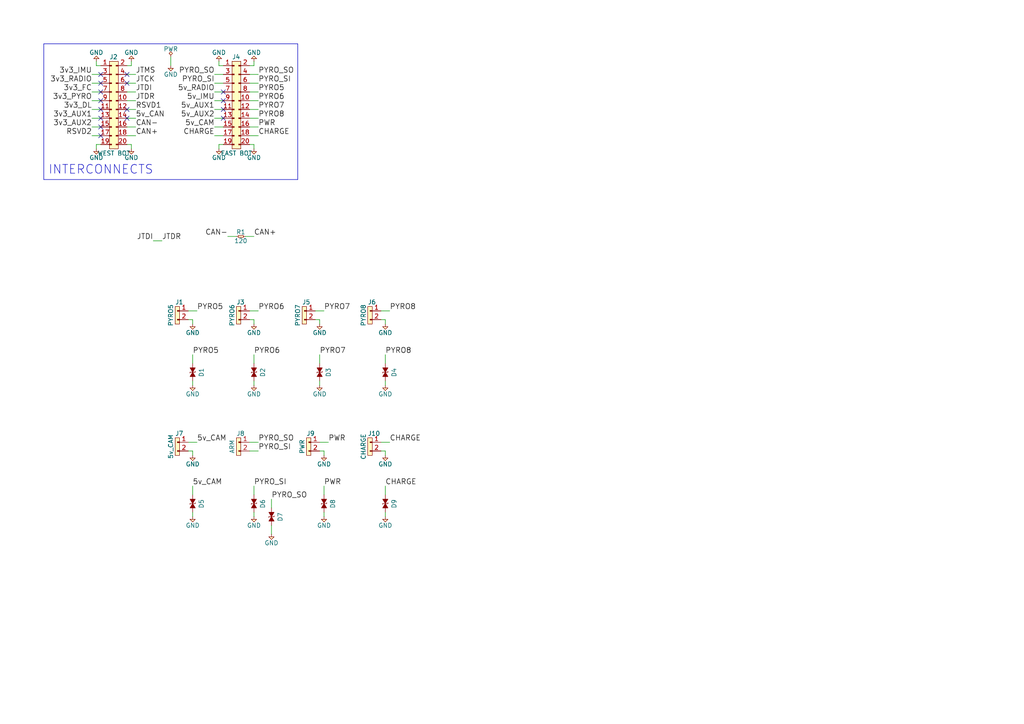
<source format=kicad_sch>
(kicad_sch (version 20230121) (generator eeschema)
  (paper "A4")
  (title_block (title "M3Top") (date "2017-07-28") (rev "1") (company "CU Spaceflight") (comment 1 "Drawn By: Adam Greig"))
  (lib_symbols
    (symbol "m3top-rescue:CONN_01x02" (pin_names (offset 0.0254) hide)
      (property "Reference" "J" (at -1.27 2.54 0))
      (property "Value" "CONN_01x02" (at -1.27 -5.08 0))
      (symbol "CONN_01x02_0_1"
        (rectangle (start 0 -2.413) (end -0.635 -2.667) (fill (type outline)))
        (rectangle (start 0 0.127) (end -0.635 -0.127) (fill (type outline)))
        (rectangle (start 0 1.27) (end -1.27 -3.81) (fill (type background)))
      )
      (symbol "CONN_01x02_1_1"
        (pin passive line (at 2.54 0 180) (length 2.54) (name "1") (number "1"))
        (pin passive line (at 2.54 -2.54 180) (length 2.54) (name "2") (number "2"))
      )
    )
    (symbol "m3top-rescue:CONN_02x10" (pin_names (offset 0.0254) hide)
      (property "Reference" "J" (at -2.54 2.54 0))
      (property "Value" "CONN_02x10" (at -2.54 -25.4 0))
      (symbol "CONN_02x10_0_1"
        (rectangle (start -2.54 -22.733) (end -1.905 -22.987) (fill (type outline)))
        (rectangle (start -2.54 -20.193) (end -1.905 -20.447) (fill (type outline)))
        (rectangle (start -2.54 -17.653) (end -1.905 -17.907) (fill (type outline)))
        (rectangle (start -2.54 -15.113) (end -1.905 -15.367) (fill (type outline)))
        (rectangle (start -2.54 -12.573) (end -1.905 -12.827) (fill (type outline)))
        (rectangle (start -2.54 -10.033) (end -1.905 -10.287) (fill (type outline)))
        (rectangle (start -2.54 -7.493) (end -1.905 -7.747) (fill (type outline)))
        (rectangle (start -2.54 -4.953) (end -1.905 -5.207) (fill (type outline)))
        (rectangle (start -2.54 -2.413) (end -1.905 -2.667) (fill (type outline)))
        (rectangle (start -2.54 0.127) (end -1.905 -0.127) (fill (type outline)))
        (rectangle (start 0 -22.733) (end -0.635 -22.987) (fill (type outline)))
        (rectangle (start 0 -20.193) (end -0.635 -20.447) (fill (type outline)))
        (rectangle (start 0 -17.653) (end -0.635 -17.907) (fill (type outline)))
        (rectangle (start 0 -15.113) (end -0.635 -15.367) (fill (type outline)))
        (rectangle (start 0 -12.573) (end -0.635 -12.827) (fill (type outline)))
        (rectangle (start 0 -10.033) (end -0.635 -10.287) (fill (type outline)))
        (rectangle (start 0 -7.493) (end -0.635 -7.747) (fill (type outline)))
        (rectangle (start 0 -4.953) (end -0.635 -5.207) (fill (type outline)))
        (rectangle (start 0 -2.413) (end -0.635 -2.667) (fill (type outline)))
        (rectangle (start 0 0.127) (end -0.635 -0.127) (fill (type outline)))
        (rectangle (start 0 1.27) (end -2.54 -24.13) (fill (type background)))
      )
      (symbol "CONN_02x10_1_1"
        (pin passive line (at -5.08 0 0) (length 2.54) (name "1") (number "1"))
        (pin passive line (at 2.54 -10.16 180) (length 2.54) (name "10") (number "10"))
        (pin passive line (at -5.08 -12.7 0) (length 2.54) (name "11") (number "11"))
        (pin passive line (at 2.54 -12.7 180) (length 2.54) (name "12") (number "12"))
        (pin passive line (at -5.08 -15.24 0) (length 2.54) (name "13") (number "13"))
        (pin passive line (at 2.54 -15.24 180) (length 2.54) (name "14") (number "14"))
        (pin passive line (at -5.08 -17.78 0) (length 2.54) (name "15") (number "15"))
        (pin passive line (at 2.54 -17.78 180) (length 2.54) (name "16") (number "16"))
        (pin passive line (at -5.08 -20.32 0) (length 2.54) (name "17") (number "17"))
        (pin passive line (at 2.54 -20.32 180) (length 2.54) (name "18") (number "18"))
        (pin passive line (at -5.08 -22.86 0) (length 2.54) (name "19") (number "19"))
        (pin passive line (at 2.54 0 180) (length 2.54) (name "2") (number "2"))
        (pin passive line (at 2.54 -22.86 180) (length 2.54) (name "20") (number "20"))
        (pin passive line (at -5.08 -2.54 0) (length 2.54) (name "3") (number "3"))
        (pin passive line (at 2.54 -2.54 180) (length 2.54) (name "4") (number "4"))
        (pin passive line (at -5.08 -5.08 0) (length 2.54) (name "5") (number "5"))
        (pin passive line (at 2.54 -5.08 180) (length 2.54) (name "6") (number "6"))
        (pin passive line (at -5.08 -7.62 0) (length 2.54) (name "7") (number "7"))
        (pin passive line (at 2.54 -7.62 180) (length 2.54) (name "8") (number "8"))
        (pin passive line (at -5.08 -10.16 0) (length 2.54) (name "9") (number "9"))
      )
    )
    (symbol "m3top-rescue:ESD_DIODE" (pin_numbers hide) (pin_names (offset 0) hide)
      (property "Reference" "D" (at -1.27 2.54 0))
      (symbol "ESD_DIODE_0_1"
        (polyline (pts (xy 0 -0.762) (xy 0.254 -0.762)))
        (polyline (pts (xy 0 0.762) (xy -0.254 0.762)))
        (polyline (pts (xy 0 0.762) (xy 0 -0.762)))
        (polyline (pts (xy 0 0) (xy -1.27 0.762) (xy -1.27 -0.762) (xy 0 0)) (fill (type outline)))
        (polyline (pts (xy 0 0) (xy 1.27 0.762) (xy 1.27 -0.762) (xy 0 0)) (fill (type outline)))
      )
      (symbol "ESD_DIODE_1_1"
        (pin passive line (at -2.54 0 0) (length 1.27) (name "1") (number "1"))
        (pin passive line (at 2.54 0 180) (length 1.27) (name "2") (number "2"))
      )
    )
    (symbol "m3top-rescue:GND" (power) (pin_numbers hide) (pin_names (offset 1.016) hide)
      (property "Value" "GND" (at 0 -2.54 0))
      (symbol "GND_0_1"
        (polyline (pts (xy 0 0) (xy 0 -0.762)))
        (polyline (pts (xy -0.762 -0.762) (xy 0.762 -0.762) (xy 0 -1.524) (xy -0.762 -0.762)) (fill (type background)))
      )
      (symbol "GND_1_1"
        (pin power_in line (at 0 0 180) (length 0) hide (name "GND") (number "1"))
      )
    )
    (symbol "m3top-rescue:PWR" (power) (pin_numbers hide) (pin_names (offset 1.016) hide)
      (property "Value" "PWR" (at 0 2.286 0))
      (symbol "PWR_0_1"
        (polyline (pts (xy 0 0.508) (xy -0.508 1.016) (xy 0 1.524) (xy 0.508 1.016) (xy 0 0.508)) (fill (type background)))
      )
      (symbol "PWR_1_1"
        (pin power_out line (at 0 0 90) (length 0.508) (name "pwr") (number "1"))
      )
    )
    (symbol "m3top-rescue:R" (pin_numbers hide) (pin_names (offset 1.016) hide)
      (property "Reference" "R" (at 1.27 1.27 0))
      (property "Value" "R" (at 1.27 -1.27 0))
      (symbol "R_0_1"
        (rectangle (start 0.508 0.254) (end 2.032 -0.254) (fill (type background)))
      )
      (symbol "R_1_1"
        (pin passive line (at 0 0 0) (length 0.508) (name "~") (number "1"))
        (pin passive line (at 2.54 0 180) (length 0.508) (name "~") (number "2"))
      )
    )
  )
  (no_connect (at 29.21 29.21))
  (no_connect (at 36.83 34.29))
  (no_connect (at 29.21 24.13))
  (no_connect (at 29.21 39.37))
  (no_connect (at 64.77 34.29))
  (no_connect (at 36.83 24.13))
  (no_connect (at 29.21 36.83))
  (no_connect (at 29.21 31.75))
  (no_connect (at 29.21 26.67))
  (no_connect (at 36.83 21.59))
  (no_connect (at 29.21 21.59))
  (no_connect (at 64.77 29.21))
  (no_connect (at 29.21 34.29))
  (no_connect (at 36.83 31.75))
  (no_connect (at 64.77 26.67))
  (no_connect (at 64.77 31.75))
  (wire (pts (xy 66.04 68.58) (xy 68.58 68.58)))
  (wire (pts (xy 93.98 130.81) (xy 93.98 132.08)))
  (wire (pts (xy 78.74 147.32) (xy 78.74 144.78)))
  (wire (pts (xy 29.21 24.13) (xy 26.67 24.13)))
  (wire (pts (xy 72.39 21.59) (xy 74.93 21.59)))
  (wire (pts (xy 27.94 17.78) (xy 27.94 19.05)))
  (wire (pts (xy 27.94 19.05) (xy 29.21 19.05)))
  (wire (pts (xy 73.66 110.49) (xy 73.66 111.76)))
  (wire (pts (xy 64.77 26.67) (xy 62.23 26.67)))
  (wire (pts (xy 36.83 36.83) (xy 39.37 36.83)))
  (wire (pts (xy 111.76 111.76) (xy 111.76 110.49)))
  (wire (pts (xy 62.23 24.13) (xy 64.77 24.13)))
  (wire (pts (xy 72.39 31.75) (xy 74.93 31.75)))
  (wire (pts (xy 73.66 140.97) (xy 73.66 143.51)))
  (wire (pts (xy 26.67 36.83) (xy 29.21 36.83)))
  (wire (pts (xy 62.23 39.37) (xy 64.77 39.37)))
  (wire (pts (xy 72.39 130.81) (xy 74.93 130.81)))
  (wire (pts (xy 111.76 92.71) (xy 111.76 93.98)))
  (wire (pts (xy 72.39 26.67) (xy 74.93 26.67)))
  (wire (pts (xy 36.83 24.13) (xy 39.37 24.13)))
  (wire (pts (xy 72.39 90.17) (xy 74.93 90.17)))
  (wire (pts (xy 64.77 41.91) (xy 63.5 41.91)))
  (wire (pts (xy 27.94 41.91) (xy 27.94 43.18)))
  (wire (pts (xy 73.66 41.91) (xy 73.66 43.18)))
  (wire (pts (xy 29.21 41.91) (xy 27.94 41.91)))
  (wire (pts (xy 72.39 128.27) (xy 74.93 128.27)))
  (wire (pts (xy 92.71 92.71) (xy 92.71 93.98)))
  (wire (pts (xy 72.39 92.71) (xy 73.66 92.71)))
  (wire (pts (xy 92.71 128.27) (xy 95.25 128.27)))
  (polyline (pts (xy 12.7 52.07) (xy 12.7 12.7)))
  (wire (pts (xy 110.49 90.17) (xy 113.03 90.17)))
  (wire (pts (xy 62.23 34.29) (xy 64.77 34.29)))
  (wire (pts (xy 91.44 92.71) (xy 92.71 92.71)))
  (wire (pts (xy 110.49 130.81) (xy 111.76 130.81)))
  (wire (pts (xy 36.83 39.37) (xy 39.37 39.37)))
  (wire (pts (xy 92.71 111.76) (xy 92.71 110.49)))
  (wire (pts (xy 74.93 36.83) (xy 72.39 36.83)))
  (wire (pts (xy 36.83 29.21) (xy 39.37 29.21)))
  (wire (pts (xy 111.76 130.81) (xy 111.76 132.08)))
  (wire (pts (xy 111.76 140.97) (xy 111.76 143.51)))
  (wire (pts (xy 91.44 90.17) (xy 93.98 90.17)))
  (wire (pts (xy 54.61 92.71) (xy 55.88 92.71)))
  (wire (pts (xy 55.88 140.97) (xy 55.88 143.51)))
  (wire (pts (xy 64.77 36.83) (xy 62.23 36.83)))
  (wire (pts (xy 29.21 21.59) (xy 26.67 21.59)))
  (wire (pts (xy 55.88 149.86) (xy 55.88 148.59)))
  (wire (pts (xy 54.61 130.81) (xy 55.88 130.81)))
  (wire (pts (xy 29.21 26.67) (xy 26.67 26.67)))
  (wire (pts (xy 73.66 92.71) (xy 73.66 93.98)))
  (wire (pts (xy 29.21 31.75) (xy 26.67 31.75)))
  (wire (pts (xy 38.1 19.05) (xy 38.1 17.78)))
  (wire (pts (xy 55.88 102.87) (xy 55.88 105.41)))
  (wire (pts (xy 74.93 24.13) (xy 72.39 24.13)))
  (wire (pts (xy 92.71 130.81) (xy 93.98 130.81)))
  (wire (pts (xy 64.77 19.05) (xy 63.5 19.05)))
  (wire (pts (xy 63.5 41.91) (xy 63.5 43.18)))
  (wire (pts (xy 93.98 140.97) (xy 93.98 143.51)))
  (wire (pts (xy 92.71 102.87) (xy 92.71 105.41)))
  (polyline (pts (xy 86.36 12.7) (xy 12.7 12.7)))
  (wire (pts (xy 36.83 21.59) (xy 39.37 21.59)))
  (wire (pts (xy 63.5 19.05) (xy 63.5 17.78)))
  (wire (pts (xy 73.66 102.87) (xy 73.66 105.41)))
  (wire (pts (xy 55.88 111.76) (xy 55.88 110.49)))
  (wire (pts (xy 111.76 102.87) (xy 111.76 105.41)))
  (wire (pts (xy 64.77 31.75) (xy 62.23 31.75)))
  (wire (pts (xy 38.1 41.91) (xy 38.1 43.18)))
  (wire (pts (xy 44.45 69.85) (xy 46.99 69.85)))
  (wire (pts (xy 36.83 19.05) (xy 38.1 19.05)))
  (wire (pts (xy 73.66 19.05) (xy 73.66 17.78)))
  (wire (pts (xy 93.98 149.86) (xy 93.98 148.59)))
  (wire (pts (xy 54.61 90.17) (xy 57.15 90.17)))
  (wire (pts (xy 55.88 130.81) (xy 55.88 132.08)))
  (wire (pts (xy 110.49 92.71) (xy 111.76 92.71)))
  (wire (pts (xy 73.66 68.58) (xy 71.12 68.58)))
  (wire (pts (xy 54.61 128.27) (xy 57.15 128.27)))
  (wire (pts (xy 49.53 16.51) (xy 49.53 19.05)))
  (wire (pts (xy 29.21 29.21) (xy 26.67 29.21)))
  (wire (pts (xy 72.39 39.37) (xy 74.93 39.37)))
  (polyline (pts (xy 86.36 12.7) (xy 86.36 52.07)))
  (wire (pts (xy 72.39 41.91) (xy 73.66 41.91)))
  (wire (pts (xy 36.83 34.29) (xy 39.37 34.29)))
  (wire (pts (xy 73.66 149.86) (xy 73.66 148.59)))
  (wire (pts (xy 62.23 29.21) (xy 64.77 29.21)))
  (wire (pts (xy 29.21 34.29) (xy 26.67 34.29)))
  (wire (pts (xy 29.21 39.37) (xy 26.67 39.37)))
  (wire (pts (xy 36.83 26.67) (xy 39.37 26.67)))
  (wire (pts (xy 78.74 154.94) (xy 78.74 152.4)))
  (wire (pts (xy 72.39 34.29) (xy 74.93 34.29)))
  (wire (pts (xy 64.77 21.59) (xy 62.23 21.59)))
  (wire (pts (xy 36.83 41.91) (xy 38.1 41.91)))
  (wire (pts (xy 110.49 128.27) (xy 113.03 128.27)))
  (wire (pts (xy 72.39 19.05) (xy 73.66 19.05)))
  (wire (pts (xy 111.76 149.86) (xy 111.76 148.59)))
  (wire (pts (xy 55.88 92.71) (xy 55.88 93.98)))
  (wire (pts (xy 74.93 29.21) (xy 72.39 29.21)))
  (wire (pts (xy 36.83 31.75) (xy 39.37 31.75)))
  (polyline (pts (xy 86.36 52.07) (xy 12.7 52.07)))
  (text "INTERCONNECTS" (at 13.97 50.8 0) (effects (font (size 2.54 2.54)) (justify left bottom)))
  (label "PYRO8" (at 113.03 90.17 0) (effects (font (size 1.524 1.524))))
  (label "JTCK" (at 39.37 24.13 0) (effects (font (size 1.524 1.524))))
  (label "PYRO6" (at 74.93 29.21 0) (effects (font (size 1.524 1.524))))
  (label "CAN-" (at 66.04 68.58 180) (effects (font (size 1.524 1.524))))
  (label "PYRO7" (at 74.93 31.75 0) (effects (font (size 1.524 1.524))))
  (label "CAN+" (at 39.37 39.37 0) (effects (font (size 1.524 1.524))))
  (label "3v3_PYRO" (at 26.67 29.21 180) (effects (font (size 1.524 1.524))))
  (label "PYRO_SO" (at 78.74 144.78 0) (effects (font (size 1.524 1.524))))
  (label "3v3_AUX2" (at 26.67 36.83 180) (effects (font (size 1.524 1.524))))
  (label "3v3_AUX1" (at 26.67 34.29 180) (effects (font (size 1.524 1.524))))
  (label "PYRO_SO" (at 62.23 21.59 180) (effects (font (size 1.524 1.524))))
  (label "5v_CAM" (at 62.23 36.83 180) (effects (font (size 1.524 1.524))))
  (label "PYRO_SO" (at 74.93 21.59 0) (effects (font (size 1.524 1.524))))
  (label "PYRO5" (at 74.93 26.67 0) (effects (font (size 1.524 1.524))))
  (label "PYRO6" (at 73.66 102.87 0) (effects (font (size 1.524 1.524))))
  (label "3v3_IMU" (at 26.67 21.59 180) (effects (font (size 1.524 1.524))))
  (label "3v3_FC" (at 26.67 26.67 180) (effects (font (size 1.524 1.524))))
  (label "CAN-" (at 39.37 36.83 0) (effects (font (size 1.524 1.524))))
  (label "CAN+" (at 73.66 68.58 0) (effects (font (size 1.524 1.524))))
  (label "5v_CAM" (at 55.88 140.97 0) (effects (font (size 1.524 1.524))))
  (label "CHARGE" (at 113.03 128.27 0) (effects (font (size 1.524 1.524))))
  (label "PYRO8" (at 74.93 34.29 0) (effects (font (size 1.524 1.524))))
  (label "JTDR" (at 46.99 69.85 0) (effects (font (size 1.524 1.524))))
  (label "CHARGE" (at 111.76 140.97 0) (effects (font (size 1.524 1.524))))
  (label "CHARGE" (at 74.93 39.37 0) (effects (font (size 1.524 1.524))))
  (label "CHARGE" (at 62.23 39.37 180) (effects (font (size 1.524 1.524))))
  (label "JTDI" (at 44.45 69.85 180) (effects (font (size 1.524 1.524))))
  (label "PYRO_SI" (at 62.23 24.13 180) (effects (font (size 1.524 1.524))))
  (label "5v_CAM" (at 57.15 128.27 0) (effects (font (size 1.524 1.524))))
  (label "PYRO6" (at 74.93 90.17 0) (effects (font (size 1.524 1.524))))
  (label "PWR" (at 74.93 36.83 0) (effects (font (size 1.524 1.524))))
  (label "PYRO_SI" (at 73.66 140.97 0) (effects (font (size 1.524 1.524))))
  (label "3v3_DL" (at 26.67 31.75 180) (effects (font (size 1.524 1.524))))
  (label "3v3_RADIO" (at 26.67 24.13 180) (effects (font (size 1.524 1.524))))
  (label "PYRO_SI" (at 74.93 130.81 0) (effects (font (size 1.524 1.524))))
  (label "5v_IMU" (at 62.23 29.21 180) (effects (font (size 1.524 1.524))))
  (label "PYRO_SO" (at 74.93 128.27 0) (effects (font (size 1.524 1.524))))
  (label "PYRO5" (at 55.88 102.87 0) (effects (font (size 1.524 1.524))))
  (label "PYRO5" (at 57.15 90.17 0) (effects (font (size 1.524 1.524))))
  (label "PWR" (at 93.98 140.97 0) (effects (font (size 1.524 1.524))))
  (label "JTMS" (at 39.37 21.59 0) (effects (font (size 1.524 1.524))))
  (label "PYRO8" (at 111.76 102.87 0) (effects (font (size 1.524 1.524))))
  (label "5v_AUX1" (at 62.23 31.75 180) (effects (font (size 1.524 1.524))))
  (label "PYRO_SI" (at 74.93 24.13 0) (effects (font (size 1.524 1.524))))
  (label "JTDI" (at 39.37 26.67 0) (effects (font (size 1.524 1.524))))
  (label "RSVD1" (at 39.37 31.75 0) (effects (font (size 1.524 1.524))))
  (label "PYRO7" (at 92.71 102.87 0) (effects (font (size 1.524 1.524))))
  (label "PYRO7" (at 93.98 90.17 0) (effects (font (size 1.524 1.524))))
  (label "5v_RADIO" (at 62.23 26.67 180) (effects (font (size 1.524 1.524))))
  (label "5v_CAN" (at 39.37 34.29 0) (effects (font (size 1.524 1.524))))
  (label "RSVD2" (at 26.67 39.37 180) (effects (font (size 1.524 1.524))))
  (label "5v_AUX2" (at 62.23 34.29 180) (effects (font (size 1.524 1.524))))
  (label "PWR" (at 95.25 128.27 0) (effects (font (size 1.524 1.524))))
  (label "JTDR" (at 39.37 29.21 0) (effects (font (size 1.524 1.524))))
  (symbol (lib_id "m3top-rescue:GND") (at 38.1 43.18 0) (unit 1)
    (property "Reference" "#PWR01" (effects hide))
    (property "Value" "GND" (at 38.1 45.72 0))
  )
  (symbol (lib_id "m3top-rescue:GND") (at 27.94 43.18 0) (unit 1)
    (property "Reference" "#PWR02" (effects hide))
    (property "Value" "GND" (at 27.94 45.72 0))
  )
  (symbol (lib_id "m3top-rescue:GND") (at 27.94 17.78 180) (unit 1)
    (property "Reference" "#PWR03" (effects hide))
    (property "Value" "GND" (at 27.94 15.24 0))
  )
  (symbol (lib_id "m3top-rescue:GND") (at 38.1 17.78 180) (unit 1)
    (property "Reference" "#PWR04" (effects hide))
    (property "Value" "GND" (at 38.1 15.24 0))
  )
  (symbol (lib_id "m3top-rescue:CONN_02x10") (at 69.85 19.05 0) (unit 1)
    (property "Reference" "J4" (at 67.31 16.51 0) (effects (justify left)))
    (property "Value" "EAST BOT" (at 68.58 44.45 0))
    (property "Footprint" "agg:SFML-110-02-L-D-LC" (effects hide))
    (property "Samtec" "SFML-110-02-L-D-LC" (effects hide))
  )
  (symbol (lib_id "m3top-rescue:GND") (at 63.5 43.18 0) (unit 1)
    (property "Reference" "#PWR05" (effects hide))
    (property "Value" "GND" (at 63.5 45.72 0))
  )
  (symbol (lib_id "m3top-rescue:GND") (at 73.66 43.18 0) (unit 1)
    (property "Reference" "#PWR06" (effects hide))
    (property "Value" "GND" (at 73.66 45.72 0))
  )
  (symbol (lib_id "m3top-rescue:GND") (at 63.5 17.78 180) (unit 1)
    (property "Reference" "#PWR07" (effects hide))
    (property "Value" "GND" (at 63.5 15.24 0))
  )
  (symbol (lib_id "m3top-rescue:GND") (at 73.66 17.78 180) (unit 1)
    (property "Reference" "#PWR08" (effects hide))
    (property "Value" "GND" (at 73.66 15.24 0))
  )
  (symbol (lib_id "m3top-rescue:CONN_02x10") (at 34.29 19.05 0) (unit 1)
    (property "Reference" "J2" (at 31.75 16.51 0) (effects (justify left)))
    (property "Value" "WEST BOT" (at 33.02 44.45 0))
    (property "Footprint" "agg:SFML-110-02-L-D-LC" (effects hide))
    (property "Samtec" "SFML-110-02-L-D-LC" (effects hide))
  )
  (symbol (lib_id "m3top-rescue:CONN_01x02") (at 52.07 90.17 0) (unit 1)
    (property "Reference" "J1" (at 50.8 87.63 0) (effects (justify left)))
    (property "Value" "PYRO5" (at 49.53 91.44 90))
    (property "Footprint" "agg:B02B-PASK" (effects hide))
    (property "Farnell" "1830734" (effects hide))
  )
  (symbol (lib_id "m3top-rescue:GND") (at 55.88 93.98 0) (unit 1)
    (property "Reference" "#PWR09" (effects hide))
    (property "Value" "GND" (at 55.88 96.52 0))
  )
  (symbol (lib_id "m3top-rescue:CONN_01x02") (at 69.85 90.17 0) (unit 1)
    (property "Reference" "J3" (at 68.58 87.63 0) (effects (justify left)))
    (property "Value" "PYRO6" (at 67.31 91.44 90))
    (property "Footprint" "agg:B02B-PASK" (effects hide))
    (property "Farnell" "1830734" (effects hide))
  )
  (symbol (lib_id "m3top-rescue:GND") (at 73.66 93.98 0) (unit 1)
    (property "Reference" "#PWR010" (effects hide))
    (property "Value" "GND" (at 73.66 96.52 0))
  )
  (symbol (lib_id "m3top-rescue:CONN_01x02") (at 88.9 90.17 0) (unit 1)
    (property "Reference" "J5" (at 87.63 87.63 0) (effects (justify left)))
    (property "Value" "PYRO7" (at 86.36 91.44 90))
    (property "Footprint" "agg:B02B-PASK" (effects hide))
    (property "Farnell" "1830734" (effects hide))
  )
  (symbol (lib_id "m3top-rescue:GND") (at 92.71 93.98 0) (unit 1)
    (property "Reference" "#PWR011" (effects hide))
    (property "Value" "GND" (at 92.71 96.52 0))
  )
  (symbol (lib_id "m3top-rescue:CONN_01x02") (at 107.95 90.17 0) (unit 1)
    (property "Reference" "J6" (at 106.68 87.63 0) (effects (justify left)))
    (property "Value" "PYRO8" (at 105.41 91.44 90))
    (property "Footprint" "agg:B02B-PASK" (effects hide))
    (property "Farnell" "1830734" (effects hide))
  )
  (symbol (lib_id "m3top-rescue:GND") (at 111.76 93.98 0) (unit 1)
    (property "Reference" "#PWR012" (effects hide))
    (property "Value" "GND" (at 111.76 96.52 0))
  )
  (symbol (lib_id "m3top-rescue:ESD_DIODE") (at 55.88 107.95 270) (unit 1)
    (property "Reference" "D1" (at 58.42 106.68 0) (effects (justify left)))
    (property "Value" "ESD_DIODE" (effects hide))
    (property "Footprint" "agg:0402" (effects hide))
    (property "Farnell" "2368169" (effects hide))
  )
  (symbol (lib_id "m3top-rescue:ESD_DIODE") (at 73.66 107.95 270) (unit 1)
    (property "Reference" "D2" (at 76.2 106.68 0) (effects (justify left)))
    (property "Value" "ESD_DIODE" (effects hide))
    (property "Footprint" "agg:0402" (effects hide))
    (property "Farnell" "2368169" (effects hide))
  )
  (symbol (lib_id "m3top-rescue:ESD_DIODE") (at 92.71 107.95 270) (unit 1)
    (property "Reference" "D3" (at 95.25 106.68 0) (effects (justify left)))
    (property "Value" "ESD_DIODE" (effects hide))
    (property "Footprint" "agg:0402" (effects hide))
    (property "Farnell" "2368169" (effects hide))
  )
  (symbol (lib_id "m3top-rescue:ESD_DIODE") (at 111.76 107.95 270) (unit 1)
    (property "Reference" "D4" (at 114.3 106.68 0) (effects (justify left)))
    (property "Value" "ESD_DIODE" (effects hide))
    (property "Footprint" "agg:0402" (effects hide))
    (property "Farnell" "2368169" (effects hide))
  )
  (symbol (lib_id "m3top-rescue:GND") (at 55.88 111.76 0) (unit 1)
    (property "Reference" "#PWR013" (effects hide))
    (property "Value" "GND" (at 55.88 114.3 0))
  )
  (symbol (lib_id "m3top-rescue:GND") (at 73.66 111.76 0) (unit 1)
    (property "Reference" "#PWR014" (effects hide))
    (property "Value" "GND" (at 73.66 114.3 0))
  )
  (symbol (lib_id "m3top-rescue:GND") (at 92.71 111.76 0) (unit 1)
    (property "Reference" "#PWR015" (effects hide))
    (property "Value" "GND" (at 92.71 114.3 0))
  )
  (symbol (lib_id "m3top-rescue:GND") (at 111.76 111.76 0) (unit 1)
    (property "Reference" "#PWR016" (effects hide))
    (property "Value" "GND" (at 111.76 114.3 0))
  )
  (symbol (lib_id "m3top-rescue:CONN_01x02") (at 52.07 128.27 0) (unit 1)
    (property "Reference" "J7" (at 50.8 125.73 0) (effects (justify left)))
    (property "Value" "5v_CAM" (at 49.53 129.54 90))
    (property "Footprint" "agg:B02B-PASK" (effects hide))
    (property "Farnell" "1830734" (effects hide))
  )
  (symbol (lib_id "m3top-rescue:GND") (at 55.88 132.08 0) (unit 1)
    (property "Reference" "#PWR017" (effects hide))
    (property "Value" "GND" (at 55.88 134.62 0))
  )
  (symbol (lib_id "m3top-rescue:ESD_DIODE") (at 55.88 146.05 270) (unit 1)
    (property "Reference" "D5" (at 58.42 144.78 0) (effects (justify left)))
    (property "Value" "ESD_DIODE" (effects hide))
    (property "Footprint" "agg:0402" (effects hide))
    (property "Farnell" "2368169" (effects hide))
  )
  (symbol (lib_id "m3top-rescue:GND") (at 55.88 149.86 0) (unit 1)
    (property "Reference" "#PWR018" (effects hide))
    (property "Value" "GND" (at 55.88 152.4 0))
  )
  (symbol (lib_id "m3top-rescue:CONN_01x02") (at 69.85 128.27 0) (unit 1)
    (property "Reference" "J8" (at 68.58 125.73 0) (effects (justify left)))
    (property "Value" "ARM" (at 67.31 129.54 90))
    (property "Footprint" "agg:B02B-PASK" (effects hide))
    (property "Farnell" "1830734" (effects hide))
  )
  (symbol (lib_id "m3top-rescue:ESD_DIODE") (at 73.66 146.05 270) (unit 1)
    (property "Reference" "D6" (at 76.2 144.78 0) (effects (justify left)))
    (property "Value" "ESD_DIODE" (effects hide))
    (property "Footprint" "agg:0402" (effects hide))
    (property "Farnell" "2368169" (effects hide))
  )
  (symbol (lib_id "m3top-rescue:GND") (at 73.66 149.86 0) (unit 1)
    (property "Reference" "#PWR019" (effects hide))
    (property "Value" "GND" (at 73.66 152.4 0))
  )
  (symbol (lib_id "m3top-rescue:ESD_DIODE") (at 78.74 149.86 270) (unit 1)
    (property "Reference" "D7" (at 81.28 148.59 0) (effects (justify left)))
    (property "Value" "ESD_DIODE" (effects hide))
    (property "Footprint" "agg:0402" (effects hide))
    (property "Farnell" "2368169" (effects hide))
  )
  (symbol (lib_id "m3top-rescue:GND") (at 78.74 154.94 0) (unit 1)
    (property "Reference" "#PWR020" (effects hide))
    (property "Value" "GND" (at 78.74 157.48 0))
  )
  (symbol (lib_id "m3top-rescue:CONN_01x02") (at 90.17 128.27 0) (unit 1)
    (property "Reference" "J9" (at 88.9 125.73 0) (effects (justify left)))
    (property "Value" "PWR" (at 87.63 129.54 90))
    (property "Footprint" "agg:B02B-PASK" (effects hide))
    (property "Farnell" "1830734" (effects hide))
  )
  (symbol (lib_id "m3top-rescue:GND") (at 93.98 132.08 0) (unit 1)
    (property "Reference" "#PWR021" (effects hide))
    (property "Value" "GND" (at 93.98 134.62 0))
  )
  (symbol (lib_id "m3top-rescue:ESD_DIODE") (at 93.98 146.05 270) (unit 1)
    (property "Reference" "D8" (at 96.52 144.78 0) (effects (justify left)))
    (property "Value" "ESD_DIODE" (effects hide))
    (property "Footprint" "agg:0402" (effects hide))
    (property "Farnell" "2368169" (effects hide))
  )
  (symbol (lib_id "m3top-rescue:GND") (at 93.98 149.86 0) (unit 1)
    (property "Reference" "#PWR022" (effects hide))
    (property "Value" "GND" (at 93.98 152.4 0))
  )
  (symbol (lib_id "m3top-rescue:CONN_01x02") (at 107.95 128.27 0) (unit 1)
    (property "Reference" "J10" (at 106.68 125.73 0) (effects (justify left)))
    (property "Value" "CHARGE" (at 105.41 129.54 90))
    (property "Footprint" "agg:B02B-PASK" (effects hide))
    (property "Farnell" "1830734" (effects hide))
  )
  (symbol (lib_id "m3top-rescue:GND") (at 111.76 132.08 0) (unit 1)
    (property "Reference" "#PWR023" (effects hide))
    (property "Value" "GND" (at 111.76 134.62 0))
  )
  (symbol (lib_id "m3top-rescue:ESD_DIODE") (at 111.76 146.05 270) (unit 1)
    (property "Reference" "D9" (at 114.3 144.78 0) (effects (justify left)))
    (property "Value" "ESD_DIODE" (effects hide))
    (property "Footprint" "agg:0402" (effects hide))
    (property "Farnell" "2368169" (effects hide))
  )
  (symbol (lib_id "m3top-rescue:GND") (at 111.76 149.86 0) (unit 1)
    (property "Reference" "#PWR024" (effects hide))
    (property "Value" "GND" (at 111.76 152.4 0))
  )
  (symbol (lib_id "m3top-rescue:R") (at 68.58 68.58 0) (unit 1)
    (property "Reference" "R1" (at 69.85 67.31 0))
    (property "Value" "120" (at 69.85 69.85 0))
    (property "Footprint" "agg:0603" (effects hide))
    (property "Farnell" "9238379" (effects hide))
  )
  (symbol (lib_id "m3top-rescue:PWR") (at 49.53 16.51 0) (unit 1)
    (property "Reference" "#FLG025" (effects hide))
    (property "Value" "PWR" (at 49.53 14.224 0))
  )
  (symbol (lib_id "m3top-rescue:GND") (at 49.53 19.05 0) (unit 1)
    (property "Reference" "#PWR026" (effects hide))
    (property "Value" "GND" (at 49.53 21.59 0))
  )
)
</source>
